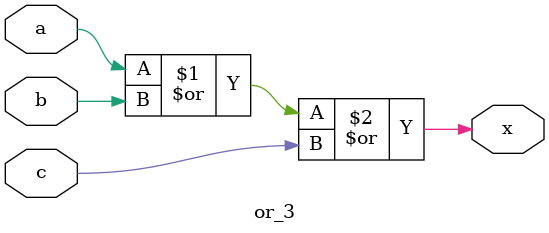
<source format=v>
module or_3 (a,b,c,x);
input a, b, c;
output x;

assign x = a | b | c;

endmodule
</source>
